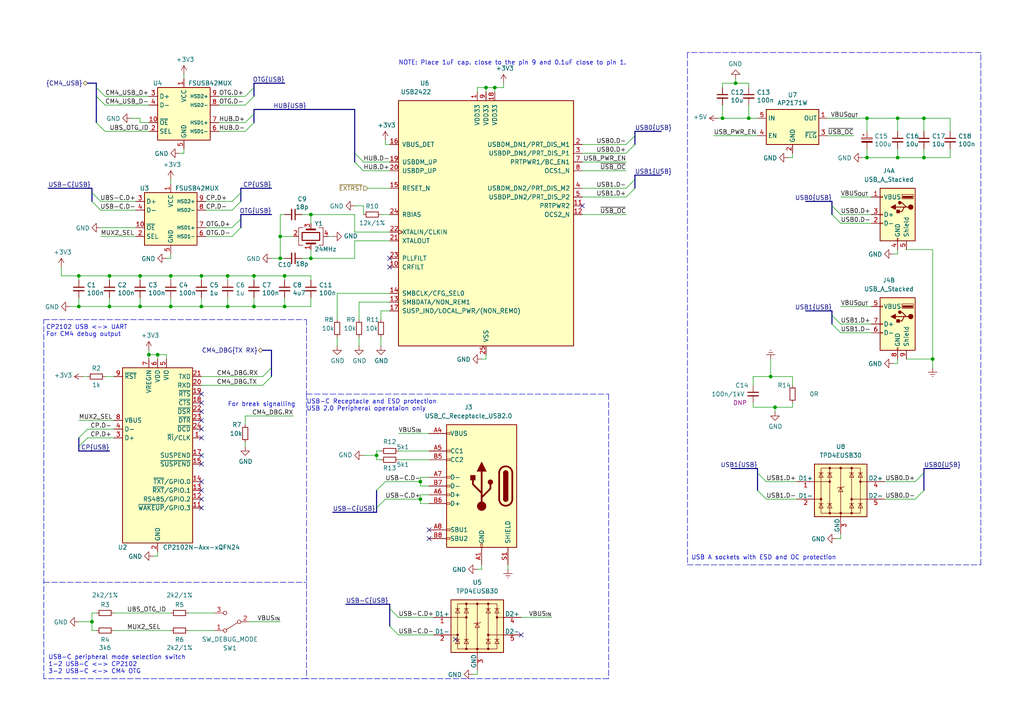
<source format=kicad_sch>
(kicad_sch (version 20201015) (generator eeschema)
  (paper "A4")
  (title_block (title "USB 2.0 host/USB 2.0 device") (date "2021-01-12") (rev "0.1") (company "Nabu Casa") (comment 1 "www.nabucasa.com") (comment 2 "Light Blue"))
  (bus_alias "CM4_USB" (members "CM4_USB_D+" "CM4_USB_D-" "CM4_USB_OTG_ID"))
  (bus_alias "USB" (members "D+" "D-"))
  (bus_alias "I2C" (members "SDA" "SCL"))
  (junction (at 22.86 80.01) (diameter 0.9144))
  (junction (at 22.86 88.9) (diameter 0.9144))
  (junction (at 26.67 180.34) (diameter 0.9144))
  (junction (at 31.75 80.01) (diameter 0.9144))
  (junction (at 31.75 88.9) (diameter 0.9144))
  (junction (at 40.64 80.01) (diameter 0.9144))
  (junction (at 40.64 88.9) (diameter 0.9144))
  (junction (at 43.18 102.87) (diameter 0.9144))
  (junction (at 45.72 102.87) (diameter 0.9144))
  (junction (at 49.53 80.01) (diameter 0.9144))
  (junction (at 49.53 88.9) (diameter 0.9144))
  (junction (at 58.42 80.01) (diameter 0.9144))
  (junction (at 58.42 88.9) (diameter 0.9144))
  (junction (at 66.04 80.01) (diameter 0.9144))
  (junction (at 66.04 88.9) (diameter 0.9144))
  (junction (at 73.66 80.01) (diameter 0.9144))
  (junction (at 73.66 88.9) (diameter 0.9144))
  (junction (at 81.28 68.58) (diameter 0.9144))
  (junction (at 81.28 74.93) (diameter 0.9144))
  (junction (at 82.55 80.01) (diameter 0.9144))
  (junction (at 82.55 88.9) (diameter 0.9144))
  (junction (at 90.17 62.23) (diameter 0.9144))
  (junction (at 90.17 74.93) (diameter 0.9144))
  (junction (at 109.22 132.08) (diameter 0.9144))
  (junction (at 121.92 139.7) (diameter 0.9144))
  (junction (at 121.92 144.78) (diameter 0.9144))
  (junction (at 140.97 25.4) (diameter 0.9144))
  (junction (at 143.51 25.4) (diameter 0.9144))
  (junction (at 209.55 34.29) (diameter 0.9144))
  (junction (at 213.36 24.13) (diameter 0.9144))
  (junction (at 217.17 34.29) (diameter 0.9144))
  (junction (at 223.52 109.22) (diameter 0.9144))
  (junction (at 224.79 118.11) (diameter 0.9144))
  (junction (at 251.46 34.29) (diameter 0.9144))
  (junction (at 251.46 45.72) (diameter 0.9144))
  (junction (at 260.35 34.29) (diameter 0.9144))
  (junction (at 260.35 45.72) (diameter 0.9144))
  (junction (at 267.97 34.29) (diameter 0.9144))
  (junction (at 267.97 45.72) (diameter 0.9144))
  (junction (at 270.51 104.14) (diameter 0.9144))
  (no_connect (at 58.42 114.3))
  (no_connect (at 58.42 116.84))
  (no_connect (at 58.42 119.38))
  (no_connect (at 58.42 121.92))
  (no_connect (at 58.42 124.46))
  (no_connect (at 58.42 127))
  (no_connect (at 58.42 132.08))
  (no_connect (at 58.42 134.62))
  (no_connect (at 58.42 139.7))
  (no_connect (at 58.42 142.24))
  (no_connect (at 58.42 144.78))
  (no_connect (at 58.42 147.32))
  (no_connect (at 113.03 74.93))
  (no_connect (at 113.03 77.47))
  (no_connect (at 124.46 153.67))
  (no_connect (at 124.46 156.21))
  (no_connect (at 132.08 185.42))
  (no_connect (at 151.13 184.15))
  (no_connect (at 168.91 59.69))
  (bus_entry (at 22.86 127) (size 2.54 -2.54) (stroke (width 0.1524)))
  (bus_entry (at 22.86 129.54) (size 2.54 -2.54) (stroke (width 0.1524)))
  (bus_entry (at 26.67 55.88) (size 2.54 2.54) (stroke (width 0.1524)))
  (bus_entry (at 26.67 58.42) (size 2.54 2.54) (stroke (width 0.1524)))
  (bus_entry (at 27.94 25.4) (size 2.54 2.54) (stroke (width 0.1524)))
  (bus_entry (at 27.94 27.94) (size 2.54 2.54) (stroke (width 0.1524)))
  (bus_entry (at 27.94 35.56) (size 2.54 2.54) (stroke (width 0.1524)))
  (bus_entry (at 69.85 55.88) (size -2.54 2.54) (stroke (width 0.1524)))
  (bus_entry (at 69.85 58.42) (size -2.54 2.54) (stroke (width 0.1524)))
  (bus_entry (at 69.85 63.5) (size -2.54 2.54) (stroke (width 0.1524)))
  (bus_entry (at 69.85 66.04) (size -2.54 2.54) (stroke (width 0.1524)))
  (bus_entry (at 73.66 25.4) (size -2.54 2.54) (stroke (width 0.1524)))
  (bus_entry (at 73.66 27.94) (size -2.54 2.54) (stroke (width 0.1524)))
  (bus_entry (at 73.66 33.02) (size -2.54 2.54) (stroke (width 0.1524)))
  (bus_entry (at 73.66 35.56) (size -2.54 2.54) (stroke (width 0.1524)))
  (bus_entry (at 76.2 109.22) (size 2.54 -2.54) (stroke (width 0.1524)))
  (bus_entry (at 76.2 111.76) (size 2.54 -2.54) (stroke (width 0.1524)))
  (bus_entry (at 102.87 44.45) (size 2.54 2.54) (stroke (width 0.1524)))
  (bus_entry (at 102.87 46.99) (size 2.54 2.54) (stroke (width 0.1524)))
  (bus_entry (at 109.22 142.24) (size 2.54 -2.54) (stroke (width 0.1524)))
  (bus_entry (at 109.22 147.32) (size 2.54 -2.54) (stroke (width 0.1524)))
  (bus_entry (at 113.03 176.53) (size 2.54 2.54) (stroke (width 0.1524)))
  (bus_entry (at 113.03 181.61) (size 2.54 2.54) (stroke (width 0.1524)))
  (bus_entry (at 181.61 41.91) (size 2.54 -2.54) (stroke (width 0.1524)))
  (bus_entry (at 181.61 44.45) (size 2.54 -2.54) (stroke (width 0.1524)))
  (bus_entry (at 181.61 54.61) (size 2.54 -2.54) (stroke (width 0.1524)))
  (bus_entry (at 181.61 57.15) (size 2.54 -2.54) (stroke (width 0.1524)))
  (bus_entry (at 222.25 139.7) (size -2.54 -2.54) (stroke (width 0.1524)))
  (bus_entry (at 222.25 144.78) (size -2.54 -2.54) (stroke (width 0.1524)))
  (bus_entry (at 243.84 62.23) (size -2.54 -2.54) (stroke (width 0.1524)))
  (bus_entry (at 243.84 64.77) (size -2.54 -2.54) (stroke (width 0.1524)))
  (bus_entry (at 243.84 93.98) (size -2.54 -2.54) (stroke (width 0.1524)))
  (bus_entry (at 243.84 96.52) (size -2.54 -2.54) (stroke (width 0.1524)))
  (bus_entry (at 265.43 139.7) (size 2.54 -2.54) (stroke (width 0.1524)))
  (bus_entry (at 265.43 144.78) (size 2.54 -2.54) (stroke (width 0.1524)))
  (wire (pts (xy 17.78 80.01) (xy 17.78 77.47)))
  (wire (pts (xy 17.78 80.01) (xy 22.86 80.01)))
  (wire (pts (xy 20.32 88.9) (xy 22.86 88.9)))
  (wire (pts (xy 22.86 80.01) (xy 22.86 81.28)))
  (wire (pts (xy 22.86 80.01) (xy 31.75 80.01)))
  (wire (pts (xy 22.86 86.36) (xy 22.86 88.9)))
  (wire (pts (xy 22.86 88.9) (xy 31.75 88.9)))
  (wire (pts (xy 22.86 121.92) (xy 33.02 121.92)))
  (wire (pts (xy 22.86 180.34) (xy 26.67 180.34)))
  (wire (pts (xy 24.13 109.22) (xy 25.4 109.22)))
  (wire (pts (xy 26.67 177.8) (xy 26.67 180.34)))
  (wire (pts (xy 26.67 177.8) (xy 27.94 177.8)))
  (wire (pts (xy 26.67 180.34) (xy 26.67 182.88)))
  (wire (pts (xy 27.94 182.88) (xy 26.67 182.88)))
  (wire (pts (xy 29.21 66.04) (xy 39.37 66.04)))
  (wire (pts (xy 29.21 68.58) (xy 39.37 68.58)))
  (wire (pts (xy 30.48 27.94) (xy 43.18 27.94)))
  (wire (pts (xy 30.48 30.48) (xy 43.18 30.48)))
  (wire (pts (xy 30.48 38.1) (xy 43.18 38.1)))
  (wire (pts (xy 30.48 109.22) (xy 33.02 109.22)))
  (wire (pts (xy 31.75 80.01) (xy 31.75 81.28)))
  (wire (pts (xy 31.75 86.36) (xy 31.75 88.9)))
  (wire (pts (xy 31.75 88.9) (xy 40.64 88.9)))
  (wire (pts (xy 33.02 124.46) (xy 25.4 124.46)))
  (wire (pts (xy 33.02 127) (xy 25.4 127)))
  (wire (pts (xy 33.02 177.8) (xy 49.53 177.8)))
  (wire (pts (xy 33.02 182.88) (xy 49.53 182.88)))
  (wire (pts (xy 39.37 58.42) (xy 29.21 58.42)))
  (wire (pts (xy 39.37 60.96) (xy 29.21 60.96)))
  (wire (pts (xy 40.64 34.29) (xy 38.1 34.29)))
  (wire (pts (xy 40.64 35.56) (xy 40.64 34.29)))
  (wire (pts (xy 40.64 80.01) (xy 31.75 80.01)))
  (wire (pts (xy 40.64 80.01) (xy 40.64 81.28)))
  (wire (pts (xy 40.64 86.36) (xy 40.64 88.9)))
  (wire (pts (xy 40.64 88.9) (xy 49.53 88.9)))
  (wire (pts (xy 43.18 35.56) (xy 40.64 35.56)))
  (wire (pts (xy 43.18 101.6) (xy 43.18 102.87)))
  (wire (pts (xy 43.18 102.87) (xy 43.18 104.14)))
  (wire (pts (xy 44.45 161.29) (xy 45.72 161.29)))
  (wire (pts (xy 45.72 102.87) (xy 43.18 102.87)))
  (wire (pts (xy 45.72 102.87) (xy 48.26 102.87)))
  (wire (pts (xy 45.72 104.14) (xy 45.72 102.87)))
  (wire (pts (xy 45.72 161.29) (xy 45.72 160.02)))
  (wire (pts (xy 48.26 74.93) (xy 49.53 74.93)))
  (wire (pts (xy 48.26 102.87) (xy 48.26 104.14)))
  (wire (pts (xy 49.53 52.07) (xy 49.53 53.34)))
  (wire (pts (xy 49.53 74.93) (xy 49.53 73.66)))
  (wire (pts (xy 49.53 80.01) (xy 40.64 80.01)))
  (wire (pts (xy 49.53 80.01) (xy 49.53 81.28)))
  (wire (pts (xy 49.53 86.36) (xy 49.53 88.9)))
  (wire (pts (xy 49.53 88.9) (xy 58.42 88.9)))
  (wire (pts (xy 52.07 44.45) (xy 53.34 44.45)))
  (wire (pts (xy 53.34 21.59) (xy 53.34 22.86)))
  (wire (pts (xy 53.34 44.45) (xy 53.34 43.18)))
  (wire (pts (xy 54.61 177.8) (xy 62.23 177.8)))
  (wire (pts (xy 54.61 182.88) (xy 62.23 182.88)))
  (wire (pts (xy 58.42 80.01) (xy 49.53 80.01)))
  (wire (pts (xy 58.42 80.01) (xy 58.42 81.28)))
  (wire (pts (xy 58.42 86.36) (xy 58.42 88.9)))
  (wire (pts (xy 58.42 88.9) (xy 66.04 88.9)))
  (wire (pts (xy 58.42 109.22) (xy 76.2 109.22)))
  (wire (pts (xy 58.42 111.76) (xy 76.2 111.76)))
  (wire (pts (xy 59.69 58.42) (xy 67.31 58.42)))
  (wire (pts (xy 59.69 60.96) (xy 67.31 60.96)))
  (wire (pts (xy 59.69 66.04) (xy 67.31 66.04)))
  (wire (pts (xy 59.69 68.58) (xy 67.31 68.58)))
  (wire (pts (xy 63.5 27.94) (xy 71.12 27.94)))
  (wire (pts (xy 63.5 30.48) (xy 71.12 30.48)))
  (wire (pts (xy 63.5 35.56) (xy 71.12 35.56)))
  (wire (pts (xy 63.5 38.1) (xy 71.12 38.1)))
  (wire (pts (xy 66.04 80.01) (xy 58.42 80.01)))
  (wire (pts (xy 66.04 80.01) (xy 66.04 81.28)))
  (wire (pts (xy 66.04 86.36) (xy 66.04 88.9)))
  (wire (pts (xy 66.04 88.9) (xy 73.66 88.9)))
  (wire (pts (xy 71.12 120.65) (xy 71.12 123.19)))
  (wire (pts (xy 71.12 120.65) (xy 85.09 120.65)))
  (wire (pts (xy 71.12 128.27) (xy 71.12 129.54)))
  (wire (pts (xy 73.66 80.01) (xy 66.04 80.01)))
  (wire (pts (xy 73.66 80.01) (xy 73.66 81.28)))
  (wire (pts (xy 73.66 86.36) (xy 73.66 88.9)))
  (wire (pts (xy 73.66 88.9) (xy 82.55 88.9)))
  (wire (pts (xy 78.74 74.93) (xy 81.28 74.93)))
  (wire (pts (xy 81.28 62.23) (xy 81.28 68.58)))
  (wire (pts (xy 81.28 68.58) (xy 81.28 74.93)))
  (wire (pts (xy 81.28 68.58) (xy 85.09 68.58)))
  (wire (pts (xy 81.28 74.93) (xy 82.55 74.93)))
  (wire (pts (xy 81.28 180.34) (xy 72.39 180.34)))
  (wire (pts (xy 82.55 62.23) (xy 81.28 62.23)))
  (wire (pts (xy 82.55 80.01) (xy 73.66 80.01)))
  (wire (pts (xy 82.55 80.01) (xy 82.55 81.28)))
  (wire (pts (xy 82.55 86.36) (xy 82.55 88.9)))
  (wire (pts (xy 82.55 88.9) (xy 90.17 88.9)))
  (wire (pts (xy 87.63 62.23) (xy 90.17 62.23)))
  (wire (pts (xy 87.63 74.93) (xy 90.17 74.93)))
  (wire (pts (xy 90.17 62.23) (xy 90.17 64.77)))
  (wire (pts (xy 90.17 62.23) (xy 102.87 62.23)))
  (wire (pts (xy 90.17 72.39) (xy 90.17 74.93)))
  (wire (pts (xy 90.17 74.93) (xy 102.87 74.93)))
  (wire (pts (xy 90.17 80.01) (xy 82.55 80.01)))
  (wire (pts (xy 90.17 81.28) (xy 90.17 80.01)))
  (wire (pts (xy 90.17 86.36) (xy 90.17 88.9)))
  (wire (pts (xy 95.25 68.58) (xy 96.52 68.58)))
  (wire (pts (xy 97.79 85.09) (xy 97.79 92.71)))
  (wire (pts (xy 97.79 97.79) (xy 97.79 100.33)))
  (wire (pts (xy 102.87 67.31) (xy 102.87 62.23)))
  (wire (pts (xy 102.87 69.85) (xy 102.87 74.93)))
  (wire (pts (xy 104.14 87.63) (xy 104.14 92.71)))
  (wire (pts (xy 104.14 87.63) (xy 113.03 87.63)))
  (wire (pts (xy 104.14 97.79) (xy 104.14 100.33)))
  (wire (pts (xy 105.41 46.99) (xy 113.03 46.99)))
  (wire (pts (xy 105.41 49.53) (xy 113.03 49.53)))
  (wire (pts (xy 105.41 59.69) (xy 102.87 59.69)))
  (wire (pts (xy 105.41 62.23) (xy 105.41 59.69)))
  (wire (pts (xy 105.41 132.08) (xy 109.22 132.08)))
  (wire (pts (xy 106.68 54.61) (xy 113.03 54.61)))
  (wire (pts (xy 109.22 130.81) (xy 109.22 132.08)))
  (wire (pts (xy 109.22 132.08) (xy 109.22 133.35)))
  (wire (pts (xy 109.22 133.35) (xy 110.49 133.35)))
  (wire (pts (xy 110.49 62.23) (xy 113.03 62.23)))
  (wire (pts (xy 110.49 90.17) (xy 110.49 92.71)))
  (wire (pts (xy 110.49 97.79) (xy 110.49 100.33)))
  (wire (pts (xy 110.49 130.81) (xy 109.22 130.81)))
  (wire (pts (xy 111.76 40.64) (xy 111.76 41.91)))
  (wire (pts (xy 111.76 139.7) (xy 121.92 139.7)))
  (wire (pts (xy 111.76 144.78) (xy 121.92 144.78)))
  (wire (pts (xy 113.03 41.91) (xy 111.76 41.91)))
  (wire (pts (xy 113.03 67.31) (xy 102.87 67.31)))
  (wire (pts (xy 113.03 69.85) (xy 102.87 69.85)))
  (wire (pts (xy 113.03 85.09) (xy 97.79 85.09)))
  (wire (pts (xy 113.03 90.17) (xy 110.49 90.17)))
  (wire (pts (xy 115.57 125.73) (xy 124.46 125.73)))
  (wire (pts (xy 115.57 130.81) (xy 124.46 130.81)))
  (wire (pts (xy 115.57 133.35) (xy 124.46 133.35)))
  (wire (pts (xy 115.57 179.07) (xy 125.73 179.07)))
  (wire (pts (xy 115.57 184.15) (xy 125.73 184.15)))
  (wire (pts (xy 121.92 139.7) (xy 121.92 138.43)))
  (wire (pts (xy 121.92 140.97) (xy 121.92 139.7)))
  (wire (pts (xy 121.92 140.97) (xy 124.46 140.97)))
  (wire (pts (xy 121.92 144.78) (xy 121.92 143.51)))
  (wire (pts (xy 121.92 146.05) (xy 121.92 144.78)))
  (wire (pts (xy 121.92 146.05) (xy 124.46 146.05)))
  (wire (pts (xy 124.46 138.43) (xy 121.92 138.43)))
  (wire (pts (xy 124.46 143.51) (xy 121.92 143.51)))
  (wire (pts (xy 137.16 195.58) (xy 138.43 195.58)))
  (wire (pts (xy 138.43 25.4) (xy 140.97 25.4)))
  (wire (pts (xy 138.43 26.67) (xy 138.43 25.4)))
  (wire (pts (xy 138.43 165.1) (xy 139.7 165.1)))
  (wire (pts (xy 138.43 195.58) (xy 138.43 194.31)))
  (wire (pts (xy 139.7 104.14) (xy 140.97 104.14)))
  (wire (pts (xy 139.7 165.1) (xy 139.7 163.83)))
  (wire (pts (xy 140.97 25.4) (xy 140.97 26.67)))
  (wire (pts (xy 140.97 25.4) (xy 143.51 25.4)))
  (wire (pts (xy 140.97 104.14) (xy 140.97 102.87)))
  (wire (pts (xy 143.51 25.4) (xy 143.51 26.67)))
  (wire (pts (xy 143.51 25.4) (xy 146.05 25.4)))
  (wire (pts (xy 146.05 24.13) (xy 146.05 25.4)))
  (wire (pts (xy 147.32 163.83) (xy 147.32 165.1)))
  (wire (pts (xy 160.02 179.07) (xy 151.13 179.07)))
  (wire (pts (xy 168.91 41.91) (xy 181.61 41.91)))
  (wire (pts (xy 168.91 44.45) (xy 181.61 44.45)))
  (wire (pts (xy 168.91 46.99) (xy 181.61 46.99)))
  (wire (pts (xy 168.91 49.53) (xy 181.61 49.53)))
  (wire (pts (xy 168.91 54.61) (xy 181.61 54.61)))
  (wire (pts (xy 168.91 57.15) (xy 181.61 57.15)))
  (wire (pts (xy 168.91 62.23) (xy 181.61 62.23)))
  (wire (pts (xy 208.28 34.29) (xy 209.55 34.29)))
  (wire (pts (xy 209.55 24.13) (xy 209.55 25.4)))
  (wire (pts (xy 209.55 30.48) (xy 209.55 34.29)))
  (wire (pts (xy 209.55 34.29) (xy 217.17 34.29)))
  (wire (pts (xy 213.36 22.86) (xy 213.36 24.13)))
  (wire (pts (xy 213.36 24.13) (xy 209.55 24.13)))
  (wire (pts (xy 217.17 24.13) (xy 213.36 24.13)))
  (wire (pts (xy 217.17 25.4) (xy 217.17 24.13)))
  (wire (pts (xy 217.17 30.48) (xy 217.17 34.29)))
  (wire (pts (xy 217.17 34.29) (xy 219.71 34.29)))
  (wire (pts (xy 218.44 109.22) (xy 218.44 111.76)))
  (wire (pts (xy 218.44 116.84) (xy 218.44 118.11)))
  (wire (pts (xy 218.44 118.11) (xy 224.79 118.11)))
  (wire (pts (xy 219.71 39.37) (xy 207.01 39.37)))
  (wire (pts (xy 222.25 139.7) (xy 231.14 139.7)))
  (wire (pts (xy 222.25 144.78) (xy 231.14 144.78)))
  (wire (pts (xy 223.52 104.14) (xy 223.52 109.22)))
  (wire (pts (xy 223.52 109.22) (xy 218.44 109.22)))
  (wire (pts (xy 224.79 118.11) (xy 224.79 119.38)))
  (wire (pts (xy 224.79 118.11) (xy 229.87 118.11)))
  (wire (pts (xy 228.6 45.72) (xy 229.87 45.72)))
  (wire (pts (xy 229.87 45.72) (xy 229.87 44.45)))
  (wire (pts (xy 229.87 109.22) (xy 223.52 109.22)))
  (wire (pts (xy 229.87 111.76) (xy 229.87 109.22)))
  (wire (pts (xy 229.87 118.11) (xy 229.87 116.84)))
  (wire (pts (xy 240.03 34.29) (xy 251.46 34.29)))
  (wire (pts (xy 240.03 39.37) (xy 247.65 39.37)))
  (wire (pts (xy 242.57 156.21) (xy 243.84 156.21)))
  (wire (pts (xy 243.84 57.15) (xy 252.73 57.15)))
  (wire (pts (xy 243.84 62.23) (xy 252.73 62.23)))
  (wire (pts (xy 243.84 64.77) (xy 252.73 64.77)))
  (wire (pts (xy 243.84 88.9) (xy 252.73 88.9)))
  (wire (pts (xy 243.84 93.98) (xy 252.73 93.98)))
  (wire (pts (xy 243.84 96.52) (xy 252.73 96.52)))
  (wire (pts (xy 243.84 156.21) (xy 243.84 154.94)))
  (wire (pts (xy 250.19 45.72) (xy 251.46 45.72)))
  (wire (pts (xy 251.46 34.29) (xy 251.46 38.1)))
  (wire (pts (xy 251.46 34.29) (xy 260.35 34.29)))
  (wire (pts (xy 251.46 43.18) (xy 251.46 45.72)))
  (wire (pts (xy 251.46 45.72) (xy 260.35 45.72)))
  (wire (pts (xy 259.08 73.66) (xy 260.35 73.66)))
  (wire (pts (xy 259.08 105.41) (xy 260.35 105.41)))
  (wire (pts (xy 260.35 34.29) (xy 260.35 38.1)))
  (wire (pts (xy 260.35 34.29) (xy 267.97 34.29)))
  (wire (pts (xy 260.35 43.18) (xy 260.35 45.72)))
  (wire (pts (xy 260.35 45.72) (xy 267.97 45.72)))
  (wire (pts (xy 260.35 73.66) (xy 260.35 72.39)))
  (wire (pts (xy 260.35 105.41) (xy 260.35 104.14)))
  (wire (pts (xy 262.89 72.39) (xy 270.51 72.39)))
  (wire (pts (xy 262.89 104.14) (xy 270.51 104.14)))
  (wire (pts (xy 265.43 139.7) (xy 256.54 139.7)))
  (wire (pts (xy 265.43 144.78) (xy 256.54 144.78)))
  (wire (pts (xy 267.97 34.29) (xy 267.97 38.1)))
  (wire (pts (xy 267.97 43.18) (xy 267.97 45.72)))
  (wire (pts (xy 267.97 45.72) (xy 275.59 45.72)))
  (wire (pts (xy 270.51 72.39) (xy 270.51 104.14)))
  (wire (pts (xy 270.51 104.14) (xy 270.51 106.68)))
  (wire (pts (xy 275.59 34.29) (xy 267.97 34.29)))
  (wire (pts (xy 275.59 38.1) (xy 275.59 34.29)))
  (wire (pts (xy 275.59 45.72) (xy 275.59 43.18)))
  (bus (pts (xy 22.86 127) (xy 22.86 129.54)))
  (bus (pts (xy 22.86 129.54) (xy 22.86 130.81)))
  (bus (pts (xy 22.86 130.81) (xy 31.75 130.81)))
  (bus (pts (xy 25.4 24.13) (xy 27.94 24.13)))
  (bus (pts (xy 26.67 54.61) (xy 13.97 54.61)))
  (bus (pts (xy 26.67 55.88) (xy 26.67 54.61)))
  (bus (pts (xy 26.67 58.42) (xy 26.67 55.88)))
  (bus (pts (xy 27.94 24.13) (xy 27.94 25.4)))
  (bus (pts (xy 27.94 25.4) (xy 27.94 27.94)))
  (bus (pts (xy 27.94 27.94) (xy 27.94 35.56)))
  (bus (pts (xy 69.85 54.61) (xy 78.74 54.61)))
  (bus (pts (xy 69.85 55.88) (xy 69.85 54.61)))
  (bus (pts (xy 69.85 58.42) (xy 69.85 55.88)))
  (bus (pts (xy 69.85 62.23) (xy 78.74 62.23)))
  (bus (pts (xy 69.85 63.5) (xy 69.85 62.23)))
  (bus (pts (xy 69.85 66.04) (xy 69.85 63.5)))
  (bus (pts (xy 73.66 24.13) (xy 82.55 24.13)))
  (bus (pts (xy 73.66 25.4) (xy 73.66 24.13)))
  (bus (pts (xy 73.66 27.94) (xy 73.66 25.4)))
  (bus (pts (xy 73.66 31.75) (xy 102.87 31.75)))
  (bus (pts (xy 73.66 33.02) (xy 73.66 31.75)))
  (bus (pts (xy 73.66 35.56) (xy 73.66 33.02)))
  (bus (pts (xy 78.74 101.6) (xy 76.2 101.6)))
  (bus (pts (xy 78.74 101.6) (xy 78.74 106.68)))
  (bus (pts (xy 78.74 106.68) (xy 78.74 109.22)))
  (bus (pts (xy 102.87 31.75) (xy 102.87 44.45)))
  (bus (pts (xy 102.87 44.45) (xy 102.87 46.99)))
  (bus (pts (xy 109.22 147.32) (xy 109.22 142.24)))
  (bus (pts (xy 109.22 148.59) (xy 96.52 148.59)))
  (bus (pts (xy 109.22 148.59) (xy 109.22 147.32)))
  (bus (pts (xy 113.03 175.26) (xy 100.33 175.26)))
  (bus (pts (xy 113.03 175.26) (xy 113.03 176.53)))
  (bus (pts (xy 113.03 176.53) (xy 113.03 181.61)))
  (bus (pts (xy 184.15 38.1) (xy 184.15 39.37)))
  (bus (pts (xy 184.15 38.1) (xy 191.77 38.1)))
  (bus (pts (xy 184.15 39.37) (xy 184.15 41.91)))
  (bus (pts (xy 184.15 50.8) (xy 184.15 52.07)))
  (bus (pts (xy 184.15 50.8) (xy 191.77 50.8)))
  (bus (pts (xy 184.15 52.07) (xy 184.15 54.61)))
  (bus (pts (xy 219.71 135.89) (xy 212.09 135.89)))
  (bus (pts (xy 219.71 135.89) (xy 219.71 137.16)))
  (bus (pts (xy 219.71 137.16) (xy 219.71 142.24)))
  (bus (pts (xy 241.3 58.42) (xy 233.68 58.42)))
  (bus (pts (xy 241.3 58.42) (xy 241.3 59.69)))
  (bus (pts (xy 241.3 59.69) (xy 241.3 62.23)))
  (bus (pts (xy 241.3 90.17) (xy 233.68 90.17)))
  (bus (pts (xy 241.3 90.17) (xy 241.3 91.44)))
  (bus (pts (xy 241.3 91.44) (xy 241.3 93.98)))
  (bus (pts (xy 267.97 135.89) (xy 267.97 137.16)))
  (bus (pts (xy 267.97 135.89) (xy 275.59 135.89)))
  (bus (pts (xy 267.97 137.16) (xy 267.97 142.24)))
  (polyline (pts (xy 12.7 92.71) (xy 88.9 92.71)) (stroke (width 0) (type dash)))
  (polyline (pts (xy 12.7 168.91) (xy 88.9 168.91)) (stroke (width 0) (type dash)))
  (polyline (pts (xy 12.7 196.85) (xy 12.7 92.71)) (stroke (width 0) (type dash)))
  (polyline (pts (xy 88.9 92.71) (xy 88.9 114.3)) (stroke (width 0) (type dash)))
  (polyline (pts (xy 88.9 114.3) (xy 88.9 196.85)) (stroke (width 0) (type dash)))
  (polyline (pts (xy 88.9 114.3) (xy 176.53 114.3)) (stroke (width 0) (type dash)))
  (polyline (pts (xy 88.9 196.85) (xy 12.7 196.85)) (stroke (width 0) (type dash)))
  (polyline (pts (xy 176.53 114.3) (xy 176.53 196.85)) (stroke (width 0) (type dash)))
  (polyline (pts (xy 176.53 196.85) (xy 88.9 196.85)) (stroke (width 0) (type dash)))
  (polyline (pts (xy 199.39 15.24) (xy 199.39 163.83)) (stroke (width 0) (type dash)))
  (polyline (pts (xy 199.39 163.83) (xy 284.48 163.83)) (stroke (width 0) (type dash)))
  (polyline (pts (xy 284.48 15.24) (xy 199.39 15.24)) (stroke (width 0) (type dash)))
  (polyline (pts (xy 284.48 163.83) (xy 284.48 15.24)) (stroke (width 0) (type dash)))
  (text "CP2102 USB <-> UART\nFor CM4 debug output" (at 13.335 97.79 0) (effects (font (size 1.27 1.27)) (justify left bottom)))
  (text "USB-C peripheral mode selection switch\n1-2 USB-C <-> CP2102\n3-2 USB-C <-> CM4 OTG" (at 13.97 195.58 0) (effects (font (size 1.27 1.27)) (justify left bottom)))
  (text "For break signalling" (at 66.04 118.11 0) (effects (font (size 1.27 1.27)) (justify left bottom)))
  (text "USB-C Receptacle and ESD protection\nUSB 2.0 Peripheral operataion only" (at 88.9 119.38 0) (effects (font (size 1.27 1.27)) (justify left bottom)))
  (text "NOTE: Place 1uF cap. close to the pin 9 and 0.1uF close to pin 1." (at 115.57 19.05 0) (effects (font (size 1.27 1.27)) (justify left bottom)))
  (text "USB A sockets with ESD and OC protection" (at 242.57 162.56 180) (effects (font (size 1.27 1.27)) (justify right bottom)))
  (label "USB-C{USB}" (at 13.97 54.61 0))
  (label "MUX2_SEL" (at 22.86 121.92 0))
  (label "MUX2_SEL" (at 29.21 68.58 0))
  (label "CM4_USB_D+" (at 30.48 27.94 0))
  (label "CM4_USB_D-" (at 30.48 30.48 0))
  (label "UBS_OTG_ID" (at 31.75 38.1 0))
  (label "CP{USB}" (at 31.75 130.81 180))
  (label "CP.D-" (at 32.385 124.46 180))
  (label "CP.D+" (at 32.385 127 180))
  (label "UBS_OTG_ID" (at 36.83 177.8 0))
  (label "MUX2_SEL" (at 36.83 182.88 0))
  (label "UBS-C.D+" (at 39.37 58.42 180))
  (label "USB-C.D-" (at 39.37 60.96 180))
  (label "CP.D+" (at 59.69 58.42 0))
  (label "CP.D-" (at 59.69 60.96 0))
  (label "OTG.D+" (at 59.69 66.04 0))
  (label "OTG.D-" (at 59.69 68.58 0))
  (label "CM4_DBG.RX" (at 62.865 109.22 0))
  (label "CM4_DBG.TX" (at 62.865 111.76 0))
  (label "OTG.D+" (at 63.5 27.94 0))
  (label "OTG.D-" (at 63.5 30.48 0))
  (label "HUB.D+" (at 63.5 35.56 0))
  (label "HUB.D-" (at 63.5 38.1 0))
  (label "CP{USB}" (at 78.74 54.61 180))
  (label "OTG{USB}" (at 78.74 62.23 180))
  (label "VBUS_{IN}" (at 81.28 180.34 180))
  (label "OTG{USB}" (at 82.55 24.13 180))
  (label "CM4_DBG.RX" (at 85.09 120.65 180))
  (label "HUB{USB}" (at 88.9 31.75 180))
  (label "USB-C{USB}" (at 96.52 148.59 0))
  (label "USB-C{USB}" (at 100.33 175.26 0))
  (label "HUB.D-" (at 105.41 46.99 0))
  (label "HUB.D+" (at 105.41 49.53 0))
  (label "USB-C.D-" (at 111.76 139.7 0))
  (label "USB-C.D+" (at 111.76 144.78 0))
  (label "VBUS_{IN}" (at 115.57 125.73 0))
  (label "USB-C.D+" (at 115.57 179.07 0))
  (label "USB-C.D-" (at 115.57 184.15 0))
  (label "VBUS_{IN}" (at 160.02 179.07 180))
  (label "USB0.D-" (at 181.61 41.91 180))
  (label "USB0.D+" (at 181.61 44.45 180))
  (label "USB_PWR_EN" (at 181.61 46.99 180))
  (label "~USB_OC" (at 181.61 49.53 180))
  (label "USB1.D-" (at 181.61 54.61 180))
  (label "USB1.D+" (at 181.61 57.15 180))
  (label "~USB_OC" (at 181.61 62.23 180))
  (label "USB0{USB}" (at 184.15 38.1 0))
  (label "USB1{USB}" (at 184.15 50.8 0))
  (label "USB_PWR_EN" (at 207.01 39.37 0))
  (label "USB1{USB}" (at 219.71 135.89 180))
  (label "USB1.D+" (at 222.25 139.7 0))
  (label "USB1.D-" (at 222.25 144.78 0))
  (label "USB0{USB}" (at 241.3 58.42 180))
  (label "USB1{USB}" (at 241.3 90.17 180))
  (label "VBUS_{OUT}" (at 243.84 57.15 0))
  (label "USB0.D+" (at 243.84 62.23 0))
  (label "USB0.D-" (at 243.84 64.77 0))
  (label "VBUS_{OUT}" (at 243.84 88.9 0))
  (label "USB1.D+" (at 243.84 93.98 0))
  (label "USB1.D-" (at 243.84 96.52 0))
  (label "~USB_OC" (at 247.65 39.37 180))
  (label "VBUS_{OUT}" (at 248.92 34.29 180))
  (label "USB0.D+" (at 265.43 139.7 180))
  (label "USB0.D-" (at 265.43 144.78 180))
  (label "USB0{USB}" (at 267.97 135.89 0))
  (hierarchical_label "{CM4_USB}" (shape bidirectional) (at 25.4 24.13 180))
  (hierarchical_label "CM4_DBG{TX RX}" (shape bidirectional) (at 76.2 101.6 180))
  (hierarchical_label "~EXTRST" (shape input) (at 106.68 54.61 180))
  (symbol (lib_id "power:+3V3") (at 17.78 77.47 0) (unit 1)
    (property "Reference" "#PWR0131" (effects hide))
    (property "Value" "+3V3" (at 18.1483 73.1456 0))
  )
  (symbol (lib_id "power:+3V3") (at 24.13 109.22 90) (unit 1)
    (property "Reference" "#PWR0125" (effects hide))
    (property "Value" "+3V3" (at 20.9549 108.8517 90) (effects (justify left)))
  )
  (symbol (lib_id "power:+3V3") (at 43.18 101.6 0) (unit 1)
    (property "Reference" "#PWR0127" (effects hide))
    (property "Value" "+3V3" (at 43.5483 97.2756 0))
  )
  (symbol (lib_id "power:+3V3") (at 49.53 52.07 0) (unit 1)
    (property "Reference" "#PWR0140" (effects hide))
    (property "Value" "+3V3" (at 49.8983 47.7456 0))
  )
  (symbol (lib_id "power:+3V3") (at 53.34 21.59 0) (unit 1)
    (property "Reference" "#PWR0141" (effects hide))
    (property "Value" "+3V3" (at 53.7083 17.2656 0))
  )
  (symbol (lib_id "power:+3V3") (at 111.76 40.64 0) (unit 1)
    (property "Reference" "#PWR0147" (effects hide))
    (property "Value" "+3V3" (at 112.1283 36.3156 0))
  )
  (symbol (lib_id "power:+3V3") (at 146.05 24.13 0) (unit 1)
    (property "Reference" "#PWR0146" (effects hide))
    (property "Value" "+3V3" (at 146.4183 19.8056 0))
  )
  (symbol (lib_id "power:+5V") (at 208.28 34.29 90) (unit 1)
    (property "Reference" "#PWR0116" (effects hide))
    (property "Value" "+5V" (at 205.105 33.9217 90) (effects (justify left)))
  )
  (symbol (lib_id "power:GND") (at 20.32 88.9 270) (unit 1)
    (property "Reference" "#PWR0126" (effects hide))
    (property "Value" "GND" (at 17.145 89.0143 90) (effects (justify right)))
  )
  (symbol (lib_id "power:GND") (at 22.86 180.34 270) (unit 1)
    (property "Reference" "#PWR0137" (effects hide))
    (property "Value" "GND" (at 19.685 180.4543 90) (effects (justify right)))
  )
  (symbol (lib_id "power:GND") (at 29.21 66.04 270) (unit 1)
    (property "Reference" "#PWR0132" (effects hide))
    (property "Value" "GND" (at 26.035 66.1543 90) (effects (justify right)))
  )
  (symbol (lib_id "power:GND") (at 38.1 34.29 270) (unit 1)
    (property "Reference" "#PWR0143" (effects hide))
    (property "Value" "GND" (at 34.925 34.4043 90) (effects (justify right)))
  )
  (symbol (lib_id "power:GND") (at 44.45 161.29 270) (unit 1)
    (property "Reference" "#PWR0135" (effects hide))
    (property "Value" "GND" (at 41.275 161.4043 90) (effects (justify right)))
  )
  (symbol (lib_id "power:GND") (at 48.26 74.93 270) (unit 1)
    (property "Reference" "#PWR0133" (effects hide))
    (property "Value" "GND" (at 45.085 75.0443 90) (effects (justify right)))
  )
  (symbol (lib_id "power:GND") (at 52.07 44.45 270) (unit 1)
    (property "Reference" "#PWR0142" (effects hide))
    (property "Value" "GND" (at 48.895 44.5643 90) (effects (justify right)))
  )
  (symbol (lib_id "power:GND") (at 71.12 129.54 0) (unit 1)
    (property "Reference" "#PWR0136" (effects hide))
    (property "Value" "GND" (at 71.2343 133.8644 0))
  )
  (symbol (lib_id "power:GND") (at 78.74 74.93 270) (unit 1)
    (property "Reference" "#PWR0128" (effects hide))
    (property "Value" "GND" (at 75.565 75.0443 90) (effects (justify right)))
  )
  (symbol (lib_id "power:GND") (at 96.52 68.58 90) (unit 1)
    (property "Reference" "#PWR0129" (effects hide))
    (property "Value" "GND" (at 99.6951 68.4657 90) (effects (justify right)))
  )
  (symbol (lib_id "power:GND") (at 97.79 100.33 0) (unit 1)
    (property "Reference" "#PWR0138" (effects hide))
    (property "Value" "GND" (at 97.9043 104.6544 0))
  )
  (symbol (lib_id "power:GND") (at 102.87 59.69 270) (unit 1)
    (property "Reference" "#PWR0130" (effects hide))
    (property "Value" "GND" (at 99.695 59.8043 90) (effects (justify right)))
  )
  (symbol (lib_id "power:GND") (at 104.14 100.33 0) (unit 1)
    (property "Reference" "#PWR0139" (effects hide))
    (property "Value" "GND" (at 104.2543 104.6544 0))
  )
  (symbol (lib_id "power:GND") (at 105.41 132.08 270) (mirror x) (unit 1)
    (property "Reference" "#PWR0134" (effects hide))
    (property "Value" "GND" (at 102.235 131.9657 90) (effects (justify right)))
  )
  (symbol (lib_id "power:GND") (at 110.49 100.33 0) (unit 1)
    (property "Reference" "#PWR0144" (effects hide))
    (property "Value" "GND" (at 110.6043 104.6544 0))
  )
  (symbol (lib_id "power:GND") (at 137.16 195.58 270) (unit 1)
    (property "Reference" "#PWR0148" (effects hide))
    (property "Value" "GND" (at 133.985 195.6943 90) (effects (justify right)))
  )
  (symbol (lib_id "power:GND") (at 138.43 165.1 270) (unit 1)
    (property "Reference" "#PWR0149" (effects hide))
    (property "Value" "GND" (at 135.255 165.2143 90) (effects (justify right)))
  )
  (symbol (lib_id "power:GND") (at 139.7 104.14 270) (unit 1)
    (property "Reference" "#PWR0145" (effects hide))
    (property "Value" "GND" (at 136.525 104.2543 90) (effects (justify right)))
  )
  (symbol (lib_id "power:Earth") (at 147.32 165.1 0) (unit 1)
    (property "Reference" "#PWR0150" (effects hide))
    (property "Value" "Earth" (effects hide))
  )
  (symbol (lib_id "power:GND") (at 213.36 22.86 180) (unit 1)
    (property "Reference" "#PWR0115" (effects hide))
    (property "Value" "GND" (at 213.2457 18.5356 0))
  )
  (symbol (lib_id "power:Earth") (at 223.52 104.14 180) (unit 1)
    (property "Reference" "#PWR0122" (effects hide))
    (property "Value" "Earth" (effects hide))
  )
  (symbol (lib_id "power:GND") (at 224.79 119.38 0) (unit 1)
    (property "Reference" "#PWR0120" (effects hide))
    (property "Value" "GND" (at 224.9043 123.7044 0))
  )
  (symbol (lib_id "power:GND") (at 228.6 45.72 270) (unit 1)
    (property "Reference" "#PWR0124" (effects hide))
    (property "Value" "GND" (at 225.425 45.8343 90) (effects (justify right)))
  )
  (symbol (lib_id "power:GND") (at 242.57 156.21 270) (unit 1)
    (property "Reference" "#PWR0121" (effects hide))
    (property "Value" "GND" (at 239.395 156.3243 90) (effects (justify right)))
  )
  (symbol (lib_id "power:GND") (at 250.19 45.72 270) (unit 1)
    (property "Reference" "#PWR0123" (effects hide))
    (property "Value" "GND" (at 247.015 45.8343 90) (effects (justify right)))
  )
  (symbol (lib_id "power:GND") (at 259.08 73.66 270) (unit 1)
    (property "Reference" "#PWR0119" (effects hide))
    (property "Value" "GND" (at 255.905 73.7743 90) (effects (justify right)))
  )
  (symbol (lib_id "power:GND") (at 259.08 105.41 270) (unit 1)
    (property "Reference" "#PWR0117" (effects hide))
    (property "Value" "GND" (at 255.905 105.5243 90) (effects (justify right)))
  )
  (symbol (lib_id "power:Earth") (at 270.51 106.68 0) (unit 1)
    (property "Reference" "#PWR0118" (effects hide))
    (property "Value" "Earth" (effects hide))
  )
  (symbol (lib_id "Device:R_Small") (at 27.94 109.22 90) (unit 1)
    (property "Reference" "R2" (at 27.94 106.8132 90))
    (property "Value" "1k" (at 27.94 111.652 90))
  )
  (symbol (lib_id "Device:R_Small") (at 30.48 177.8 90) (unit 1)
    (property "Reference" "R3" (at 30.48 175.3932 90))
    (property "Value" "2k2/1%" (at 30.48 172.612 90))
  )
  (symbol (lib_id "Device:R_Small") (at 30.48 182.88 90) (unit 1)
    (property "Reference" "R4" (at 30.48 185.5532 90))
    (property "Value" "3k6" (at 30.48 187.852 90))
  )
  (symbol (lib_id "Device:R_Small") (at 52.07 177.8 90) (unit 1)
    (property "Reference" "R5" (at 52.07 175.3932 90))
    (property "Value" "2k2/1%" (at 52.07 172.612 90))
  )
  (symbol (lib_id "Device:R_Small") (at 52.07 182.88 90) (unit 1)
    (property "Reference" "R6" (at 52.07 185.5532 90))
    (property "Value" "2k2/1%" (at 52.07 187.852 90))
  )
  (symbol (lib_id "Device:R_Small") (at 71.12 125.73 180) (unit 1)
    (property "Reference" "R7" (at 68.7132 123.19 0))
    (property "Value" "10k" (at 68.472 125.73 0))
  )
  (symbol (lib_id "Device:R_Small") (at 97.79 95.25 180) (unit 1)
    (property "Reference" "R8" (at 95.3832 92.71 0))
    (property "Value" "10k" (at 95.142 95.25 0))
  )
  (symbol (lib_id "Device:R_Small") (at 104.14 95.25 180) (unit 1)
    (property "Reference" "R9" (at 101.7332 92.71 0))
    (property "Value" "10k" (at 101.492 95.25 0))
  )
  (symbol (lib_id "Device:R_Small") (at 107.95 62.23 90) (unit 1)
    (property "Reference" "R10" (at 107.95 59.8232 90))
    (property "Value" "12k/1%" (at 107.95 64.662 90))
  )
  (symbol (lib_id "Device:R_Small") (at 110.49 95.25 180) (unit 1)
    (property "Reference" "R11" (at 108.0832 92.71 0))
    (property "Value" "10k" (at 107.842 95.25 0))
  )
  (symbol (lib_id "Device:R_Small") (at 113.03 130.81 90) (mirror x) (unit 1)
    (property "Reference" "R12" (at 113.03 128.1368 90))
    (property "Value" "5k1" (at 116.84 129.648 90))
  )
  (symbol (lib_id "Device:R_Small") (at 113.03 133.35 90) (mirror x) (unit 1)
    (property "Reference" "R13" (at 113.03 135.7568 90))
    (property "Value" "5k1" (at 116.84 134.728 90))
  )
  (symbol (lib_id "Device:R_Small") (at 229.87 114.3 180) (unit 1)
    (property "Reference" "R14" (at 227.4632 111.76 0))
    (property "Value" "0R" (at 236.112 114.3 0))
  )
  (symbol (lib_id "Device:CP_Small") (at 251.46 40.64 0) (unit 1)
    (property "Reference" "C15" (at 253.6191 39.4906 0) (effects (justify left)))
    (property "Value" "100u" (at 253.619 41.789 0) (effects (justify left)))
    (property "Footprint" "Capacitor_Tantalum_SMD:CP_EIA-7343-31_Kemet-D" (effects hide))
    (property "Manufacturer" "Panasonic Electronic Components" (effects hide))
    (property "PartNumber" "EEF-CX0J101R" (effects hide))
  )
  (symbol (lib_id "Device:C_Small") (at 22.86 83.82 0) (unit 1)
    (property "Reference" "C1" (at 25.1842 82.6706 0) (effects (justify left)))
    (property "Value" "100n" (at 25.184 84.969 0) (effects (justify left)))
    (property "Footprint" "Capacitor_SMD:C_0402_1005Metric" (effects hide))
  )
  (symbol (lib_id "Device:C_Small") (at 31.75 83.82 0) (unit 1)
    (property "Reference" "C2" (at 34.0742 82.6706 0) (effects (justify left)))
    (property "Value" "100n" (at 34.074 84.969 0) (effects (justify left)))
    (property "Footprint" "Capacitor_SMD:C_0402_1005Metric" (effects hide))
  )
  (symbol (lib_id "Device:C_Small") (at 40.64 83.82 0) (unit 1)
    (property "Reference" "C3" (at 42.9642 82.6706 0) (effects (justify left)))
    (property "Value" "100n" (at 42.964 84.969 0) (effects (justify left)))
    (property "Footprint" "Capacitor_SMD:C_0402_1005Metric" (effects hide))
  )
  (symbol (lib_id "Device:C_Small") (at 49.53 83.82 0) (unit 1)
    (property "Reference" "C4" (at 51.8542 82.6706 0) (effects (justify left)))
    (property "Value" "100n" (at 51.854 84.969 0) (effects (justify left)))
    (property "Footprint" "Capacitor_SMD:C_0402_1005Metric" (effects hide))
  )
  (symbol (lib_id "Device:C_Small") (at 58.42 83.82 0) (unit 1)
    (property "Reference" "C5" (at 60.7442 82.6706 0) (effects (justify left)))
    (property "Value" "1u" (at 60.744 84.969 0) (effects (justify left)))
    (property "Footprint" "Capacitor_SMD:C_0402_1005Metric" (effects hide))
  )
  (symbol (lib_id "Device:C_Small") (at 66.04 83.82 0) (unit 1)
    (property "Reference" "C6" (at 68.3642 82.6706 0) (effects (justify left)))
    (property "Value" "1u" (at 68.364 84.969 0) (effects (justify left)))
    (property "Footprint" "Capacitor_SMD:C_0402_1005Metric" (effects hide))
  )
  (symbol (lib_id "Device:C_Small") (at 73.66 83.82 0) (unit 1)
    (property "Reference" "C7" (at 75.9842 82.6706 0) (effects (justify left)))
    (property "Value" "100n" (at 75.984 84.969 0) (effects (justify left)))
    (property "Footprint" "Capacitor_SMD:C_0402_1005Metric" (effects hide))
  )
  (symbol (lib_id "Device:C_Small") (at 82.55 83.82 0) (unit 1)
    (property "Reference" "C8" (at 84.8742 82.6706 0) (effects (justify left)))
    (property "Value" "4u7" (at 84.874 84.969 0) (effects (justify left)))
    (property "Footprint" "Capacitor_SMD:C_0402_1005Metric" (effects hide))
  )
  (symbol (lib_id "Device:C_Small") (at 85.09 62.23 270) (unit 1)
    (property "Reference" "C9" (at 87.63 57.7277 90))
    (property "Value" "18p" (at 87.63 60.026 90))
    (property "Footprint" "Capacitor_SMD:C_0402_1005Metric" (effects hide))
  )
  (symbol (lib_id "Device:C_Small") (at 85.09 74.93 270) (unit 1)
    (property "Reference" "C10" (at 82.55 76.7777 90))
    (property "Value" "18p" (at 87.63 76.536 90))
    (property "Footprint" "Capacitor_SMD:C_0402_1005Metric" (effects hide))
  )
  (symbol (lib_id "Device:C_Small") (at 90.17 83.82 0) (unit 1)
    (property "Reference" "C11" (at 92.4942 82.6706 0) (effects (justify left)))
    (property "Value" "100n" (at 92.494 84.969 0) (effects (justify left)))
    (property "Footprint" "Capacitor_SMD:C_0402_1005Metric" (effects hide))
  )
  (symbol (lib_id "Device:C_Small") (at 209.55 27.94 0) (unit 1)
    (property "Reference" "C12" (at 211.8742 26.7906 0) (effects (justify left)))
    (property "Value" "10u" (at 211.874 29.089 0) (effects (justify left)))
    (property "Footprint" "Capacitor_SMD:C_0805_2012Metric" (effects hide))
  )
  (symbol (lib_id "Device:C_Small") (at 217.17 27.94 0) (unit 1)
    (property "Reference" "C13" (at 219.4942 26.7906 0) (effects (justify left)))
    (property "Value" "100n" (at 219.494 29.089 0) (effects (justify left)))
    (property "Footprint" "Capacitor_SMD:C_0402_1005Metric" (effects hide))
  )
  (symbol (lib_id "Device:C_Small") (at 218.44 114.3 0) (unit 1)
    (property "Reference" "C14" (at 215.2077 111.76 0))
    (property "Value" "100n/1kV" (at 211.156 114.3 0))
    (property "Footprint" "Capacitor_SMD:C_1206_3216Metric" (effects hide))
    (property "Config" "DNP" (at 214.63 116.84 0))
  )
  (symbol (lib_id "Device:C_Small") (at 260.35 40.64 0) (unit 1)
    (property "Reference" "C16" (at 262.6742 39.4906 0) (effects (justify left)))
    (property "Value" "10u" (at 262.674 41.789 0) (effects (justify left)))
    (property "Footprint" "Capacitor_SMD:C_0805_2012Metric" (effects hide))
  )
  (symbol (lib_id "Device:C_Small") (at 267.97 40.64 0) (unit 1)
    (property "Reference" "C17" (at 270.2942 39.4906 0) (effects (justify left)))
    (property "Value" "10u" (at 270.294 41.789 0) (effects (justify left)))
    (property "Footprint" "Capacitor_SMD:C_0805_2012Metric" (effects hide))
  )
  (symbol (lib_id "Device:C_Small") (at 275.59 40.64 0) (unit 1)
    (property "Reference" "C18" (at 277.9142 39.4906 0) (effects (justify left)))
    (property "Value" "100n" (at 277.914 41.789 0) (effects (justify left)))
    (property "Footprint" "Capacitor_SMD:C_0402_1005Metric" (effects hide))
  )
  (symbol (lib_id "Switch:SW_SPDT") (at 67.31 180.34 180) (unit 1)
    (property "Reference" "SW1" (at 66.675 187.96 0))
    (property "Value" "SW_DEBUG_MODE" (at 66.675 185.42 0))
    (property "Footprint" "Button_Switch_SMD:SW_SPDT_PCM12" (effects hide))
    (property "Manufacturer" "C&K" (effects hide))
    (property "PartNumber" "PCM12SMTR" (effects hide))
  )
  (symbol (lib_id "Device:Crystal_GND24") (at 90.17 68.58 90) (unit 1)
    (property "Reference" "Y1" (at 91.1861 64.8906 90) (effects (justify right)))
    (property "Value" "24MHz" (at 91.186 72.269 90) (effects (justify right)))
    (property "Manufacturer" "Epson" (effects hide))
    (property "PartNumber" "FA-238 24.0000MD30X-W5" (effects hide))
  )
  (symbol (lib_id "LightBlue:USB_A_Stacked") (at 260.35 62.23 0) (mirror y) (unit 1)
    (property "Reference" "J4" (at 257.81 49.53 0))
    (property "Value" "USB_A_Stacked" (at 257.81 52.07 0))
    (property "Footprint" "Connector_USB:USB_A_Wuerth_61400826021_Horizontal_Stacked" (effects hide))
    (property "Datasheet" " ~" (effects hide))
    (property "Manufacturer" "Molex" (effects hide))
    (property "PartNumber" "67298-4090" (effects hide))
  )
  (symbol (lib_id "LightBlue:USB_A_Stacked") (at 260.35 93.98 0) (mirror y) (unit 2)
    (property "Reference" "J4" (at 257.81 81.28 0))
    (property "Value" "USB_A_Stacked" (at 257.81 83.82 0))
    (property "Footprint" "Connector_USB:USB_A_Wuerth_61400826021_Horizontal_Stacked" (effects hide))
    (property "Datasheet" " ~" (effects hide))
    (property "Manufacturer" "Molex" (effects hide))
    (property "PartNumber" "67298-4090" (effects hide))
  )
  (symbol (lib_id "Power_Management:AP2171W") (at 229.87 36.83 0) (unit 1)
    (property "Reference" "U7" (at 229.87 27.5398 0))
    (property "Value" "AP2171W" (at 229.87 29.8385 0))
    (property "Footprint" "Package_TO_SOT_SMD:SOT-23-5" (effects hide))
    (property "Datasheet" "https://www.diodes.com/assets/Datasheets/AP2161.pdf" (effects hide))
    (property "Manufacturer" "Diodes Incorporated" (effects hide))
    (property "PartNumber" "AP2171WG-7" (effects hide))
  )
  (symbol (lib_id "Interface_USB:FSUSB42MUX") (at 49.53 63.5 0) (unit 1)
    (property "Reference" "U3" (at 41.91 54.61 0))
    (property "Value" "FSUSB42MUX" (at 57.15 54.61 0))
    (property "Footprint" "Package_SO:MSOP-10_3x3mm_P0.5mm" (effects hide))
    (property "Datasheet" "https://www.onsemi.com/pub/Collateral/FSUSB42-D.PDF" (effects hide))
    (property "Manufacturer" "ON Semiconductor" (effects hide))
    (property "PartNumber" "FSUSB42MUXCT" (effects hide))
  )
  (symbol (lib_id "Interface_USB:FSUSB42MUX") (at 53.34 33.02 0) (unit 1)
    (property "Reference" "U4" (at 45.72 24.13 0))
    (property "Value" "FSUSB42MUX" (at 60.96 24.13 0))
    (property "Footprint" "Package_SO:MSOP-10_3x3mm_P0.5mm" (effects hide))
    (property "Datasheet" "https://www.onsemi.com/pub/Collateral/FSUSB42-D.PDF" (effects hide))
    (property "Manufacturer" "ON Semiconductor" (effects hide))
    (property "PartNumber" "FSUSB42MUXCT" (effects hide))
  )
  (symbol (lib_id "Power_Protection:TPD4EUSB30") (at 138.43 181.61 0) (unit 1)
    (property "Reference" "U5" (at 138.43 168.91 0))
    (property "Value" "TPD4EUSB30" (at 138.43 171.45 0))
    (property "Footprint" "Package_SON:USON-10_2.5x1.0mm_P0.5mm" (effects hide))
    (property "Datasheet" "http://www.ti.com/lit/ds/symlink/tpd2eusb30a.pdf" (effects hide))
    (property "Manufacturer" "Texas Instruments" (effects hide))
    (property "PartNumber" "TPD4EUSB30DQAR" (effects hide))
  )
  (symbol (lib_id "Power_Protection:TPD4EUSB30") (at 243.84 142.24 0) (unit 1)
    (property "Reference" "U8" (at 243.84 129.54 0))
    (property "Value" "TPD4EUSB30" (at 243.84 132.08 0))
    (property "Footprint" "Package_SON:USON-10_2.5x1.0mm_P0.5mm" (effects hide))
    (property "Datasheet" "http://www.ti.com/lit/ds/symlink/tpd2eusb30a.pdf" (effects hide))
    (property "Manufacturer" "Texas Instruments" (effects hide))
    (property "PartNumber" "TPD4EUSB30DQAR" (effects hide))
  )
  (symbol (lib_id "Connector:USB_C_Receptacle_USB2.0") (at 139.7 140.97 0) (mirror y) (unit 1)
    (property "Reference" "J3" (at 135.89 118.11 0))
    (property "Value" "USB_C_Receptacle_USB2.0" (at 135.89 120.65 0))
    (property "Footprint" "Connector_USB:USB_C_Receptacle_HRO_TYPE-C-31-M-12" (effects hide))
    (property "Datasheet" "https://www.usb.org/sites/default/files/documents/usb_type-c.zip" (effects hide))
    (property "Manufacturer" "JAE" (effects hide))
    (property "PartNumber" "DX07S016JA3R1500" (effects hide))
  )
  (symbol (lib_id "Interface_USB:CP2102N-Axx-xQFN24") (at 45.72 132.08 0) (unit 1)
    (property "Reference" "U2" (at 35.56 158.75 0))
    (property "Value" "CP2102N-Axx-xQFN24" (at 58.42 158.75 0))
    (property "Footprint" "Package_DFN_QFN:QFN-24-1EP_4x4mm_P0.5mm_EP2.6x2.6mm" (effects hide))
    (property "Datasheet" "https://www.silabs.com/documents/public/data-sheets/cp2102n-datasheet.pdf" (effects hide))
    (property "Manufacturer" "Silicon Laboratories" (effects hide))
    (property "PartNumber" "CP2102N-A02-GQFN24" (effects hide))
  )
  (symbol (lib_id "LightBlue:USB2422") (at 140.97 64.77 0) (unit 1)
    (property "Reference" "U6" (at 123.19 24.13 0))
    (property "Value" "USB2422" (at 120.65 26.67 0))
    (property "Footprint" "LightBlue:QFN-24-1EP_4x4mm_P0.5mm_EP2.6x2.6mm" (effects hide))
    (property "Datasheet" "http://ww1.microchip.com/downloads/en/DeviceDoc/00001692C.pdf" (effects hide))
    (property "Manufacturer" "Microchip" (effects hide))
    (property "PartNumber" "USB2422/MJ" (effects hide))
  )
)
</source>
